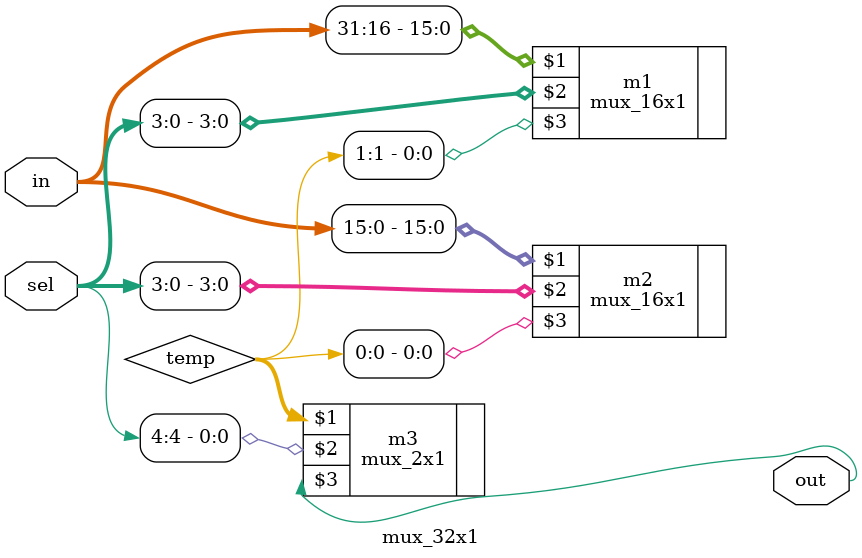
<source format=sv>
module mux_32x1(
        input  logic [31:0] in,
        input  logic [4:0] sel,
        output logic out
    );
    // temp outputs from 16x1 muxes
    logic [1:0] temp;
    // combining muxes
    mux_16x1 m1(in[31:16], sel[3:0], temp[1]);
    mux_16x1 m2(in[15:0], sel[3:0], temp[0]);
    mux_2x1 m3(temp, sel[4], out);
endmodule
</source>
